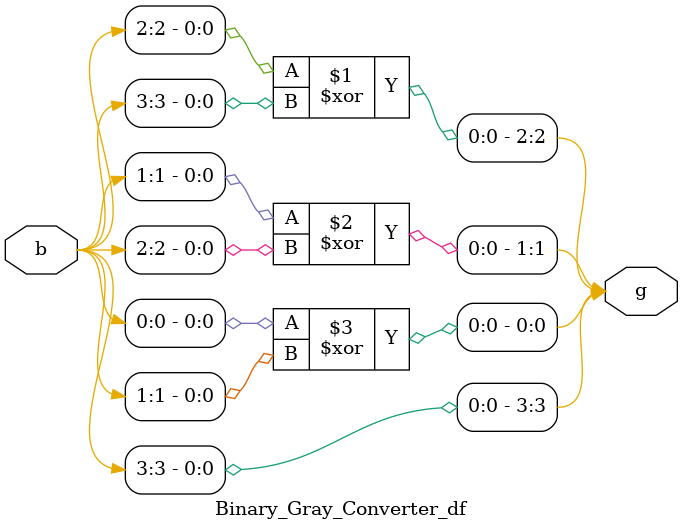
<source format=v>
`timescale 1ns / 1ps


module Binary_Gray_Converter_df(g,b);
output [3:0]g;
input [3:0]b;

assign g[3] = b[3];
assign g[2] = b[2]^b[3];
assign g[1] = b[1]^b[2];
assign g[0] = b[0]^b[1];
endmodule

</source>
